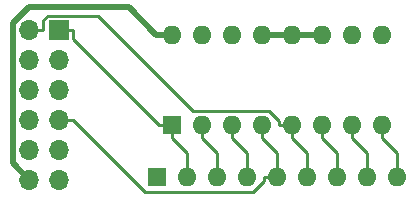
<source format=gbr>
G04 #@! TF.GenerationSoftware,KiCad,Pcbnew,5.99.0-unknown-r17121-d4cea0f2*
G04 #@! TF.CreationDate,2019-12-07T19:03:38-06:00*
G04 #@! TF.ProjectId,dip_switch_pmod,6469705f-7377-4697-9463-685f706d6f64,A*
G04 #@! TF.SameCoordinates,Original*
G04 #@! TF.FileFunction,Copper,L2,Bot*
G04 #@! TF.FilePolarity,Positive*
%FSLAX46Y46*%
G04 Gerber Fmt 4.6, Leading zero omitted, Abs format (unit mm)*
G04 Created by KiCad (PCBNEW 5.99.0-unknown-r17121-d4cea0f2) date 2019-12-07 19:03:38*
%MOMM*%
%LPD*%
G04 APERTURE LIST*
%ADD10O,1.700000X1.700000*%
%ADD11R,1.700000X1.700000*%
%ADD12O,1.600000X1.600000*%
%ADD13R,1.600000X1.600000*%
%ADD14C,0.250000*%
%ADD15C,0.500000*%
G04 APERTURE END LIST*
D10*
X128255000Y-98005000D03*
X130795000Y-98005000D03*
X128255000Y-95465000D03*
X130795000Y-95465000D03*
X128255000Y-92925000D03*
X130795000Y-92925000D03*
X128255000Y-90385000D03*
X130795000Y-90385000D03*
X128255000Y-87845000D03*
X130795000Y-87845000D03*
X128255000Y-85305000D03*
D11*
X130795000Y-85305000D03*
D12*
X140335000Y-85725000D03*
X158115000Y-93345000D03*
X142875000Y-85725000D03*
X155575000Y-93345000D03*
X145415000Y-85725000D03*
X153035000Y-93345000D03*
X147955000Y-85725000D03*
X150495000Y-93345000D03*
X150495000Y-85725000D03*
X147955000Y-93345000D03*
X153035000Y-85725000D03*
X145415000Y-93345000D03*
X155575000Y-85725000D03*
X142875000Y-93345000D03*
X158115000Y-85725000D03*
D13*
X140335000Y-93345000D03*
D12*
X159385000Y-97790000D03*
X156845000Y-97790000D03*
X154305000Y-97790000D03*
X151765000Y-97790000D03*
X149225000Y-97790000D03*
X146685000Y-97790000D03*
X144145000Y-97790000D03*
X141605000Y-97790000D03*
D13*
X139065000Y-97790000D03*
D14*
X131970300Y-86105600D02*
X131970300Y-85305000D01*
X139209700Y-93345000D02*
X131970300Y-86105600D01*
X140335000Y-93345000D02*
X139209700Y-93345000D01*
X130795000Y-85305000D02*
X131970300Y-85305000D01*
X141605000Y-95740300D02*
X140335000Y-94470300D01*
X141605000Y-97790000D02*
X141605000Y-95740300D01*
X140335000Y-93345000D02*
X140335000Y-94470300D01*
X144145000Y-95740300D02*
X142875000Y-94470300D01*
X144145000Y-97790000D02*
X144145000Y-95740300D01*
X142875000Y-93345000D02*
X142875000Y-94470300D01*
X146685000Y-95740300D02*
X145415000Y-94470300D01*
X146685000Y-97790000D02*
X146685000Y-95740300D01*
X145415000Y-93345000D02*
X145415000Y-94470300D01*
X147955000Y-93345000D02*
X147955000Y-94470300D01*
X149225000Y-95740300D02*
X149225000Y-97790000D01*
X147955000Y-94470300D02*
X149225000Y-95740300D01*
X138064300Y-99019000D02*
X131970300Y-92925000D01*
X147152000Y-99019000D02*
X138064300Y-99019000D01*
X148099700Y-98071300D02*
X147152000Y-99019000D01*
X148099700Y-97790000D02*
X148099700Y-98071300D01*
X149225000Y-97790000D02*
X148099700Y-97790000D01*
X130795000Y-92925000D02*
X131970300Y-92925000D01*
X129430300Y-84496900D02*
X129430300Y-85305000D01*
X129797500Y-84129700D02*
X129430300Y-84496900D01*
X134055600Y-84129700D02*
X129797500Y-84129700D01*
X142145600Y-92219700D02*
X134055600Y-84129700D01*
X148525800Y-92219700D02*
X142145600Y-92219700D01*
X149369700Y-93063600D02*
X148525800Y-92219700D01*
X149369700Y-93345000D02*
X149369700Y-93063600D01*
X150495000Y-93345000D02*
X149369700Y-93345000D01*
X128255000Y-85305000D02*
X129430300Y-85305000D01*
X151765000Y-95740300D02*
X150495000Y-94470300D01*
X151765000Y-97790000D02*
X151765000Y-95740300D01*
X150495000Y-93345000D02*
X150495000Y-94470300D01*
X154305000Y-95740300D02*
X153035000Y-94470300D01*
X154305000Y-97790000D02*
X154305000Y-95740300D01*
X153035000Y-93345000D02*
X153035000Y-94470300D01*
X156845000Y-95740300D02*
X155575000Y-94470300D01*
X156845000Y-97790000D02*
X156845000Y-95740300D01*
X155575000Y-93345000D02*
X155575000Y-94470300D01*
X159385000Y-95740300D02*
X158115000Y-94470300D01*
X159385000Y-97790000D02*
X159385000Y-95740300D01*
X158115000Y-93345000D02*
X158115000Y-94470300D01*
D15*
X153035000Y-85725000D02*
X150495000Y-85725000D01*
X150495000Y-85725000D02*
X147955000Y-85725000D01*
X126853400Y-96603400D02*
X128255000Y-98005000D01*
X126853400Y-84725800D02*
X126853400Y-96603400D01*
X128177500Y-83401700D02*
X126853400Y-84725800D01*
X136661400Y-83401700D02*
X128177500Y-83401700D01*
X138984700Y-85725000D02*
X136661400Y-83401700D01*
X140335000Y-85725000D02*
X138984700Y-85725000D01*
M02*

</source>
